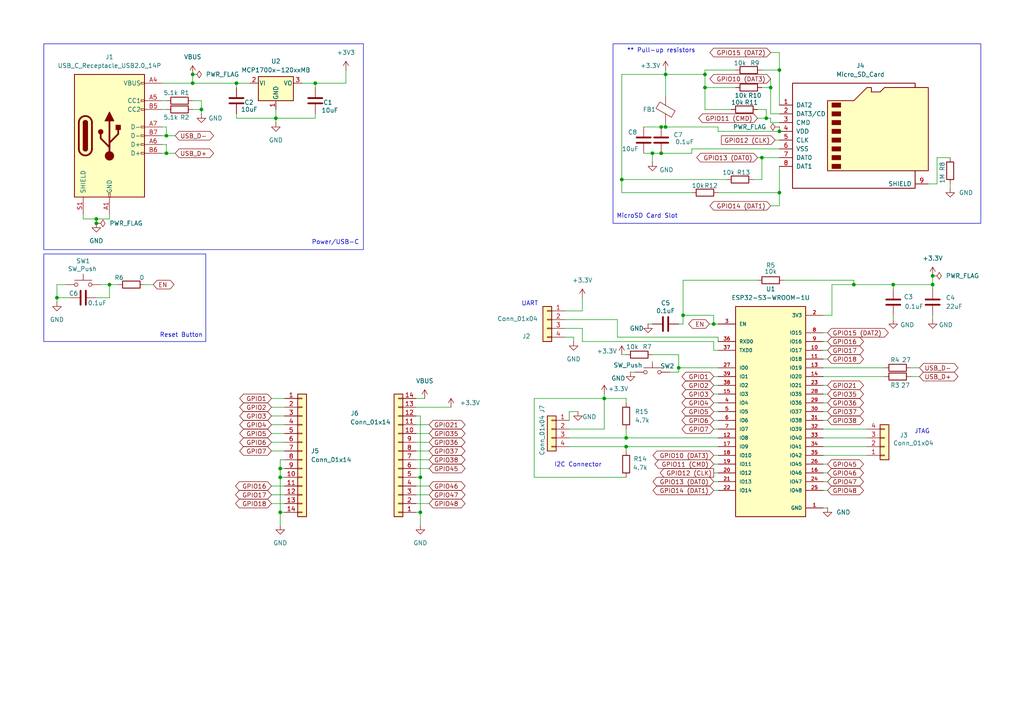
<source format=kicad_sch>
(kicad_sch (version 20250114) (generator "eeschema") (generator_version "9.0")
  (paper "A4")
  (lib_symbols
    (symbol "Connector:Micro_SD_Card" (pin_names (offset 1.016))
      (property "Reference" "J" (at -16.51 15.24 0))
      (property "Value" "Micro_SD_Card" (at 16.51 15.24 0))
      (symbol "Micro_SD_Card_1_1"
        (pin bidirectional line (at -22.86 7.62 0) (length 3.81) (name "DAT2") (number "1"))
        (pin bidirectional line (at -22.86 5.08 0) (length 3.81) (name "DAT3/CD") (number "2"))
        (pin input line (at -22.86 2.54 0) (length 3.81) (name "CMD") (number "3"))
        (pin power_in line (at -22.86 0 0) (length 3.81) (name "VDD") (number "4"))
        (pin input line (at -22.86 -2.54 0) (length 3.81) (name "CLK") (number "5"))
        (pin power_in line (at -22.86 -5.08 0) (length 3.81) (name "VSS") (number "6"))
        (pin bidirectional line (at -22.86 -7.62 0) (length 3.81) (name "DAT0") (number "7"))
        (pin bidirectional line (at -22.86 -10.16 0) (length 3.81) (name "DAT1") (number "8"))
        (pin passive line (at 20.32 -15.24 180) (length 3.81) (name "SHIELD") (number "9"))
      )
    )
    (symbol "Connector:USB_C_Receptacle_USB2.0_14P" (pin_names (offset 1.016))
      (property "Reference" "J" (at 0 22.225 0))
      (property "Value" "USB_C_Receptacle_USB2.0_14P" (at 0 19.685 0))
      (symbol "USB_C_Receptacle_USB2.0_14P_1_1"
        (pin passive line (at -7.62 -22.86 90) (length 5.08) (name "SHIELD") (number "S1"))
        (pin passive line (at 0 -22.86 90) (length 5.08) (name "GND") (number "A1"))
        (pin passive line (at 0 -22.86 90) (length 5.08) (hide yes) (name "GND") (number "A12"))
        (pin passive line (at 0 -22.86 90) (length 5.08) (hide yes) (name "GND") (number "B1"))
        (pin passive line (at 0 -22.86 90) (length 5.08) (hide yes) (name "GND") (number "B12"))
        (pin passive line (at 15.24 15.24 180) (length 5.08) (name "VBUS") (number "A4"))
        (pin passive line (at 15.24 15.24 180) (length 5.08) (hide yes) (name "VBUS") (number "A9"))
        (pin passive line (at 15.24 15.24 180) (length 5.08) (hide yes) (name "VBUS") (number "B4"))
        (pin passive line (at 15.24 15.24 180) (length 5.08) (hide yes) (name "VBUS") (number "B9"))
        (pin bidirectional line (at 15.24 10.16 180) (length 5.08) (name "CC1") (number "A5"))
        (pin bidirectional line (at 15.24 7.62 180) (length 5.08) (name "CC2") (number "B5"))
        (pin bidirectional line (at 15.24 2.54 180) (length 5.08) (name "D-") (number "A7"))
        (pin bidirectional line (at 15.24 0 180) (length 5.08) (name "D-") (number "B7"))
        (pin bidirectional line (at 15.24 -2.54 180) (length 5.08) (name "D+") (number "A6"))
        (pin bidirectional line (at 15.24 -5.08 180) (length 5.08) (name "D+") (number "B6"))
      )
    )
    (symbol "Connector_Generic:Conn_01x04" (pin_names (offset 1.016) (hide yes))
      (property "Reference" "J" (at 0 5.08 0))
      (property "Value" "Conn_01x04" (at 0 -7.62 0))
      (symbol "Conn_01x04_1_1"
        (pin passive line (at -5.08 2.54 0) (length 3.81) (name "Pin_1") (number "1"))
        (pin passive line (at -5.08 0 0) (length 3.81) (name "Pin_2") (number "2"))
        (pin passive line (at -5.08 -2.54 0) (length 3.81) (name "Pin_3") (number "3"))
        (pin passive line (at -5.08 -5.08 0) (length 3.81) (name "Pin_4") (number "4"))
      )
    )
    (symbol "Connector_Generic:Conn_01x14" (pin_names (offset 1.016) (hide yes))
      (property "Reference" "J" (at 0 17.78 0))
      (property "Value" "Conn_01x14" (at 0 -20.32 0))
      (symbol "Conn_01x14_1_1"
        (pin passive line (at -5.08 15.24 0) (length 3.81) (name "Pin_1") (number "1"))
        (pin passive line (at -5.08 12.7 0) (length 3.81) (name "Pin_2") (number "2"))
        (pin passive line (at -5.08 10.16 0) (length 3.81) (name "Pin_3") (number "3"))
        (pin passive line (at -5.08 7.62 0) (length 3.81) (name "Pin_4") (number "4"))
        (pin passive line (at -5.08 5.08 0) (length 3.81) (name "Pin_5") (number "5"))
        (pin passive line (at -5.08 2.54 0) (length 3.81) (name "Pin_6") (number "6"))
        (pin passive line (at -5.08 0 0) (length 3.81) (name "Pin_7") (number "7"))
        (pin passive line (at -5.08 -2.54 0) (length 3.81) (name "Pin_8") (number "8"))
        (pin passive line (at -5.08 -5.08 0) (length 3.81) (name "Pin_9") (number "9"))
        (pin passive line (at -5.08 -7.62 0) (length 3.81) (name "Pin_10") (number "10"))
        (pin passive line (at -5.08 -10.16 0) (length 3.81) (name "Pin_11") (number "11"))
        (pin passive line (at -5.08 -12.7 0) (length 3.81) (name "Pin_12") (number "12"))
        (pin passive line (at -5.08 -15.24 0) (length 3.81) (name "Pin_13") (number "13"))
        (pin passive line (at -5.08 -17.78 0) (length 3.81) (name "Pin_14") (number "14"))
      )
    )
    (symbol "Device:C" (pin_numbers (hide yes)) (pin_names (offset 0.254))
      (property "Reference" "C" (at 0.635 2.54 0))
      (property "Value" "C" (at 0.635 -2.54 0))
      (symbol "C_1_1"
        (pin passive line (at 0 3.81 270) (length 2.794) (name "~") (number "1"))
        (pin passive line (at 0 -3.81 90) (length 2.794) (name "~") (number "2"))
      )
    )
    (symbol "Device:FerriteBead" (pin_numbers (hide yes)) (pin_names (offset 0))
      (property "Reference" "FB" (at -3.81 0.635 90))
      (property "Value" "FerriteBead" (at 3.81 0 90))
      (symbol "FerriteBead_1_1"
        (pin passive line (at 0 3.81 270) (length 2.54) (name "~") (number "1"))
        (pin passive line (at 0 -3.81 90) (length 2.54) (name "~") (number "2"))
      )
    )
    (symbol "Device:R" (pin_numbers (hide yes)) (pin_names (offset 0))
      (property "Reference" "R" (at 2.032 0 90))
      (property "Value" "R" (at 0 0 90))
      (symbol "R_1_1"
        (pin passive line (at 0 3.81 270) (length 1.27) (name "~") (number "1"))
        (pin passive line (at 0 -3.81 90) (length 1.27) (name "~") (number "2"))
      )
    )
    (symbol "ESP32-S3-WROOM-1U:ESP32-S3-WROOM-1U" (pin_names (offset 1.016))
      (property "Reference" "U" (at -10.16 31.369 0))
      (property "Value" "ESP32-S3-WROOM-1U" (at -10.16 -33.02 0))
      (symbol "ESP32-S3-WROOM-1U_0_0"
        (pin input line (at -15.24 25.4 0) (length 5.08) (name "EN") (number "3"))
        (pin bidirectional line (at -15.24 20.32 0) (length 5.08) (name "RXD0") (number "36"))
        (pin bidirectional line (at -15.24 17.78 0) (length 5.08) (name "TXD0") (number "37"))
        (pin bidirectional line (at -15.24 12.7 0) (length 5.08) (name "IO0") (number "27"))
        (pin bidirectional line (at -15.24 10.16 0) (length 5.08) (name "IO1") (number "39"))
        (pin bidirectional line (at -15.24 7.62 0) (length 5.08) (name "IO2") (number "38"))
        (pin bidirectional line (at -15.24 5.08 0) (length 5.08) (name "IO3") (number "15"))
        (pin bidirectional line (at -15.24 2.54 0) (length 5.08) (name "IO4") (number "4"))
        (pin bidirectional line (at -15.24 0 0) (length 5.08) (name "IO5") (number "5"))
        (pin bidirectional line (at -15.24 -2.54 0) (length 5.08) (name "IO6") (number "6"))
        (pin bidirectional line (at -15.24 -5.08 0) (length 5.08) (name "IO7") (number "7"))
        (pin bidirectional line (at -15.24 -7.62 0) (length 5.08) (name "IO8") (number "12"))
        (pin bidirectional line (at -15.24 -10.16 0) (length 5.08) (name "IO9") (number "17"))
        (pin bidirectional line (at -15.24 -12.7 0) (length 5.08) (name "IO10") (number "18"))
        (pin bidirectional line (at -15.24 -15.24 0) (length 5.08) (name "IO11") (number "19"))
        (pin bidirectional line (at -15.24 -17.78 0) (length 5.08) (name "IO12") (number "20"))
        (pin bidirectional line (at -15.24 -20.32 0) (length 5.08) (name "IO13") (number "21"))
        (pin bidirectional line (at -15.24 -22.86 0) (length 5.08) (name "IO14") (number "22"))
        (pin power_in line (at 15.24 27.94 180) (length 5.08) (name "3V3") (number "2"))
        (pin bidirectional line (at 15.24 22.86 180) (length 5.08) (name "IO15") (number "8"))
        (pin bidirectional line (at 15.24 20.32 180) (length 5.08) (name "IO16") (number "9"))
        (pin bidirectional line (at 15.24 17.78 180) (length 5.08) (name "IO17") (number "10"))
        (pin bidirectional line (at 15.24 15.24 180) (length 5.08) (name "IO18") (number "11"))
        (pin bidirectional line (at 15.24 12.7 180) (length 5.08) (name "IO19") (number "13"))
        (pin bidirectional line (at 15.24 10.16 180) (length 5.08) (name "IO20") (number "14"))
        (pin bidirectional line (at 15.24 7.62 180) (length 5.08) (name "IO21") (number "23"))
        (pin bidirectional line (at 15.24 5.08 180) (length 5.08) (name "IO35") (number "28"))
        (pin bidirectional line (at 15.24 2.54 180) (length 5.08) (name "IO36") (number "29"))
        (pin bidirectional line (at 15.24 0 180) (length 5.08) (name "IO37") (number "30"))
        (pin bidirectional line (at 15.24 -2.54 180) (length 5.08) (name "IO38") (number "31"))
        (pin bidirectional line (at 15.24 -5.08 180) (length 5.08) (name "IO39") (number "32"))
        (pin bidirectional line (at 15.24 -7.62 180) (length 5.08) (name "IO40") (number "33"))
        (pin bidirectional line (at 15.24 -10.16 180) (length 5.08) (name "IO41") (number "34"))
        (pin bidirectional line (at 15.24 -12.7 180) (length 5.08) (name "IO42") (number "35"))
        (pin bidirectional line (at 15.24 -15.24 180) (length 5.08) (name "IO45") (number "26"))
        (pin bidirectional line (at 15.24 -17.78 180) (length 5.08) (name "IO46") (number "16"))
        (pin bidirectional line (at 15.24 -20.32 180) (length 5.08) (name "IO47") (number "24"))
        (pin bidirectional line (at 15.24 -22.86 180) (length 5.08) (name "IO48") (number "25"))
        (pin power_in line (at 15.24 -27.94 180) (length 5.08) (name "GND") (number "1"))
        (pin power_in line (at 15.24 -27.94 180) (length 5.08) (hide yes) (name "GND") (number "40"))
        (pin power_in line (at 15.24 -27.94 180) (length 5.08) (hide yes) (name "GND") (number "41_1"))
        (pin power_in line (at 15.24 -27.94 180) (length 5.08) (hide yes) (name "GND") (number "41_2"))
        (pin power_in line (at 15.24 -27.94 180) (length 5.08) (hide yes) (name "GND") (number "41_3"))
        (pin power_in line (at 15.24 -27.94 180) (length 5.08) (hide yes) (name "GND") (number "41_4"))
        (pin power_in line (at 15.24 -27.94 180) (length 5.08) (hide yes) (name "GND") (number "41_5"))
        (pin power_in line (at 15.24 -27.94 180) (length 5.08) (hide yes) (name "GND") (number "41_6"))
        (pin power_in line (at 15.24 -27.94 180) (length 5.08) (hide yes) (name "GND") (number "41_7"))
        (pin power_in line (at 15.24 -27.94 180) (length 5.08) (hide yes) (name "GND") (number "41_8"))
        (pin power_in line (at 15.24 -27.94 180) (length 5.08) (hide yes) (name "GND") (number "41_9"))
      )
    )
    (symbol "Regulator_Linear:MCP1700x-120xxMB" (pin_names (offset 0.254))
      (property "Reference" "U" (at -3.81 3.175 0))
      (property "Value" "MCP1700x-120xxMB" (at 0 3.175 0))
      (symbol "MCP1700x-120xxMB_1_1"
        (pin power_in line (at -7.62 0 0) (length 2.54) (name "VI") (number "2"))
        (pin power_in line (at 0 -7.62 90) (length 2.54) (name "GND") (number "1"))
        (pin power_out line (at 7.62 0 180) (length 2.54) (name "VO") (number "3"))
      )
    )
    (symbol "Switch:SW_Push" (pin_numbers (hide yes)) (pin_names (offset 1.016) (hide yes))
      (property "Reference" "SW" (at 1.27 2.54 0))
      (property "Value" "SW_Push" (at 0 -1.524 0))
      (symbol "SW_Push_0_1"
        (pin passive line (at -5.08 0 0) (length 2.54) (name "1") (number "1"))
        (pin passive line (at 5.08 0 180) (length 2.54) (name "2") (number "2"))
      )
    )
    (symbol "power:+3.3V" (power) (pin_numbers (hide yes)) (pin_names (offset 0) (hide yes))
      (property "Value" "+3.3V" (at 0 3.556 0))
      (symbol "+3.3V_1_1"
        (pin power_in line (at 0 0 90) (length 0) (name "~") (number "1"))
      )
    )
    (symbol "power:+3V3" (power) (pin_numbers (hide yes)) (pin_names (offset 0) (hide yes))
      (property "Value" "+3V3" (at 0 3.556 0))
      (symbol "+3V3_1_1"
        (pin power_in line (at 0 0 90) (length 0) (name "~") (number "1"))
      )
    )
    (symbol "power:GND" (power) (pin_numbers (hide yes)) (pin_names (offset 0) (hide yes))
      (property "Value" "GND" (at 0 -3.81 0))
      (symbol "GND_1_1"
        (pin power_in line (at 0 0 270) (length 0) (name "~") (number "1"))
      )
    )
    (symbol "power:PWR_FLAG" (power) (pin_numbers (hide yes)) (pin_names (offset 0) (hide yes))
      (property "Value" "PWR_FLAG" (at 0 3.81 0))
      (symbol "PWR_FLAG_0_0"
        (pin power_out line (at 0 0 90) (length 0) (name "~") (number "1"))
      )
    )
    (symbol "power:VBUS" (power) (pin_numbers (hide yes)) (pin_names (offset 0) (hide yes))
      (property "Value" "VBUS" (at 0 3.556 0))
      (symbol "VBUS_1_1"
        (pin power_in line (at 0 0 90) (length 0) (name "~") (number "1"))
      )
    )
  )
  (rectangle (start 12.7 12.7) (end 105.41 72.39))
  (rectangle (start 177.8 12.7) (end 284.48 64.77))
  (rectangle (start 12.7 73.66) (end 59.69 99.06))
  (text "I2C Connector" (at 167.64 134.874 0) (effects (font (size 1.27 1.27))))
  (text "** Pull-up resistors" (at 191.77 14.732 0) (effects (font (size 1.27 1.27))))
  (text "Reset Button" (at 52.578 97.282 0) (effects (font (size 1.27 1.27))))
  (text "Power/USB-C" (at 97.282 70.358 0) (effects (font (size 1.27 1.27))))
  (text "JTAG" (at 267.462 125.222 0) (effects (font (size 1.27 1.27))))
  (text "UART\n" (at 153.67 88.138 0) (effects (font (size 1.27 1.27))))
  (text "MicroSD Card Slot" (at 187.706 62.738 0) (effects (font (size 1.27 1.27))))
  (junction (at 81.28 148.59))
  (junction (at 193.04 36.83))
  (junction (at 220.98 45.72))
  (junction (at 226.06 55.88))
  (junction (at 204.47 25.4))
  (junction (at 226.06 38.1))
  (junction (at 31.75 82.55))
  (junction (at 247.65 82.55))
  (junction (at 48.26 44.45))
  (junction (at 55.88 21.59))
  (junction (at 175.26 115.57))
  (junction (at 180.34 52.07))
  (junction (at 81.28 135.89))
  (junction (at 259.08 82.55))
  (junction (at 226.06 20.32))
  (junction (at 181.61 129.54))
  (junction (at 222.25 34.29))
  (junction (at 189.23 44.45))
  (junction (at 55.88 24.13))
  (junction (at 27.94 63.5))
  (junction (at 16.51 86.36))
  (junction (at 191.77 36.83))
  (junction (at 68.58 24.13))
  (junction (at 27.94 64.77))
  (junction (at 270.51 82.55))
  (junction (at 58.42 31.75))
  (junction (at 204.47 21.59))
  (junction (at 80.01 34.29))
  (junction (at 193.04 21.59))
  (junction (at 223.52 25.4))
  (junction (at 91.44 24.13))
  (junction (at 121.92 138.43))
  (junction (at 191.77 44.45))
  (junction (at 196.85 106.68))
  (junction (at 48.26 39.37))
  (junction (at 81.28 138.43))
  (junction (at 207.01 93.98))
  (junction (at 270.51 80.01))
  (junction (at 181.61 127))
  (junction (at 121.92 148.59))
  (junction (at 198.12 91.44))
  (wire (pts (xy 120.65 138.43) (xy 121.92 138.43)))
  (wire (pts (xy 207.01 124.46) (xy 208.28 124.46)))
  (wire (pts (xy 180.34 52.07) (xy 210.82 52.07)))
  (wire (pts (xy 193.04 36.83) (xy 193.04 35.56)))
  (wire (pts (xy 238.76 134.62) (xy 240.03 134.62)))
  (wire (pts (xy 166.37 97.79) (xy 166.37 99.06)))
  (wire (pts (xy 81.28 138.43) (xy 82.55 138.43)))
  (wire (pts (xy 46.99 29.21) (xy 48.26 29.21)))
  (wire (pts (xy 194.31 107.95) (xy 196.85 107.95)))
  (wire (pts (xy 91.44 34.29) (xy 91.44 33.02)))
  (wire (pts (xy 181.61 127) (xy 208.28 127)))
  (wire (pts (xy 207.01 119.38) (xy 208.28 119.38)))
  (wire (pts (xy 181.61 115.57) (xy 175.26 115.57)))
  (wire (pts (xy 180.34 102.87) (xy 181.61 102.87)))
  (wire (pts (xy 55.88 29.21) (xy 58.42 29.21)))
  (wire (pts (xy 78.74 125.73) (xy 82.55 125.73)))
  (wire (pts (xy 241.3 82.55) (xy 247.65 82.55)))
  (wire (pts (xy 275.59 45.72) (xy 271.78 45.72)))
  (wire (pts (xy 193.04 21.59) (xy 193.04 27.94)))
  (wire (pts (xy 91.44 24.13) (xy 91.44 25.4)))
  (wire (pts (xy 207.01 114.3) (xy 208.28 114.3)))
  (wire (pts (xy 181.61 116.84) (xy 181.61 115.57)))
  (wire (pts (xy 204.47 21.59) (xy 204.47 20.32)))
  (wire (pts (xy 191.77 44.45) (xy 200.66 44.45)))
  (wire (pts (xy 181.61 129.54) (xy 208.28 129.54)))
  (wire (pts (xy 226.06 59.69) (xy 226.06 55.88)))
  (wire (pts (xy 186.69 36.83) (xy 191.77 36.83)))
  (wire (pts (xy 207.01 134.62) (xy 208.28 134.62)))
  (wire (pts (xy 266.7 109.22) (xy 264.16 109.22)))
  (wire (pts (xy 275.59 54.61) (xy 275.59 53.34)))
  (wire (pts (xy 41.91 82.55) (xy 44.45 82.55)))
  (wire (pts (xy 165.1 121.92) (xy 165.1 119.38)))
  (wire (pts (xy 256.54 106.68) (xy 238.76 106.68)))
  (wire (pts (xy 259.08 82.55) (xy 259.08 83.82)))
  (wire (pts (xy 27.94 63.5) (xy 31.75 63.5)))
  (wire (pts (xy 198.12 93.98) (xy 198.12 91.44)))
  (wire (pts (xy 207.01 139.7) (xy 208.28 139.7)))
  (wire (pts (xy 100.33 20.32) (xy 100.33 24.13)))
  (wire (pts (xy 179.07 92.71) (xy 179.07 97.79)))
  (wire (pts (xy 91.44 24.13) (xy 100.33 24.13)))
  (wire (pts (xy 220.98 20.32) (xy 226.06 20.32)))
  (wire (pts (xy 48.26 39.37) (xy 48.26 36.83)))
  (wire (pts (xy 120.65 133.35) (xy 124.46 133.35)))
  (wire (pts (xy 48.26 44.45) (xy 46.99 44.45)))
  (wire (pts (xy 200.66 55.88) (xy 180.34 55.88)))
  (wire (pts (xy 271.78 45.72) (xy 271.78 53.34)))
  (wire (pts (xy 208.28 36.83) (xy 208.28 38.1)))
  (wire (pts (xy 193.04 21.59) (xy 193.04 20.32)))
  (wire (pts (xy 220.98 45.72) (xy 220.98 52.07)))
  (wire (pts (xy 189.23 44.45) (xy 191.77 44.45)))
  (wire (pts (xy 238.76 96.52) (xy 240.03 96.52)))
  (wire (pts (xy 120.65 125.73) (xy 124.46 125.73)))
  (wire (pts (xy 68.58 24.13) (xy 68.58 25.4)))
  (wire (pts (xy 120.65 120.65) (xy 121.92 120.65)))
  (wire (pts (xy 204.47 25.4) (xy 204.47 31.75)))
  (wire (pts (xy 165.1 129.54) (xy 181.61 129.54)))
  (wire (pts (xy 196.85 93.98) (xy 198.12 93.98)))
  (wire (pts (xy 24.13 63.5) (xy 27.94 63.5)))
  (wire (pts (xy 208.28 97.79) (xy 208.28 99.06)))
  (wire (pts (xy 180.34 55.88) (xy 180.34 52.07)))
  (wire (pts (xy 154.94 138.43) (xy 154.94 115.57)))
  (wire (pts (xy 204.47 20.32) (xy 213.36 20.32)))
  (wire (pts (xy 121.92 148.59) (xy 121.92 152.4)))
  (wire (pts (xy 58.42 31.75) (xy 55.88 31.75)))
  (wire (pts (xy 175.26 114.3) (xy 175.26 115.57)))
  (wire (pts (xy 207.01 142.24) (xy 208.28 142.24)))
  (wire (pts (xy 204.47 25.4) (xy 213.36 25.4)))
  (wire (pts (xy 82.55 135.89) (xy 81.28 135.89)))
  (wire (pts (xy 181.61 129.54) (xy 181.61 130.81)))
  (wire (pts (xy 223.52 35.56) (xy 226.06 35.56)))
  (wire (pts (xy 200.66 43.18) (xy 226.06 43.18)))
  (wire (pts (xy 80.01 34.29) (xy 80.01 35.56)))
  (wire (pts (xy 238.76 137.16) (xy 240.03 137.16)))
  (wire (pts (xy 120.65 115.57) (xy 123.19 115.57)))
  (wire (pts (xy 193.04 36.83) (xy 208.28 36.83)))
  (wire (pts (xy 238.76 99.06) (xy 240.03 99.06)))
  (wire (pts (xy 270.51 91.44) (xy 270.51 92.71)))
  (wire (pts (xy 81.28 135.89) (xy 81.28 138.43)))
  (wire (pts (xy 193.04 21.59) (xy 204.47 21.59)))
  (wire (pts (xy 179.07 97.79) (xy 208.28 97.79)))
  (wire (pts (xy 120.65 118.11) (xy 130.81 118.11)))
  (wire (pts (xy 226.06 55.88) (xy 226.06 48.26)))
  (wire (pts (xy 175.26 115.57) (xy 175.26 124.46)))
  (wire (pts (xy 226.06 20.32) (xy 226.06 30.48)))
  (wire (pts (xy 247.65 81.28) (xy 247.65 82.55)))
  (wire (pts (xy 238.76 111.76) (xy 240.03 111.76)))
  (wire (pts (xy 238.76 114.3) (xy 240.03 114.3)))
  (wire (pts (xy 208.28 38.1) (xy 226.06 38.1)))
  (wire (pts (xy 271.78 53.34) (xy 269.24 53.34)))
  (wire (pts (xy 227.33 81.28) (xy 247.65 81.28)))
  (wire (pts (xy 181.61 124.46) (xy 181.61 127)))
  (wire (pts (xy 219.71 31.75) (xy 222.25 31.75)))
  (wire (pts (xy 270.51 82.55) (xy 270.51 83.82)))
  (wire (pts (xy 46.99 39.37) (xy 48.26 39.37)))
  (wire (pts (xy 78.74 130.81) (xy 82.55 130.81)))
  (wire (pts (xy 238.76 116.84) (xy 240.03 116.84)))
  (wire (pts (xy 31.75 82.55) (xy 34.29 82.55)))
  (wire (pts (xy 259.08 91.44) (xy 259.08 92.71)))
  (wire (pts (xy 80.01 31.75) (xy 80.01 34.29)))
  (wire (pts (xy 55.88 24.13) (xy 68.58 24.13)))
  (wire (pts (xy 180.34 52.07) (xy 180.34 21.59)))
  (wire (pts (xy 238.76 132.08) (xy 251.46 132.08)))
  (wire (pts (xy 48.26 41.91) (xy 48.26 44.45)))
  (wire (pts (xy 200.66 44.45) (xy 200.66 43.18)))
  (wire (pts (xy 120.65 140.97) (xy 124.46 140.97)))
  (wire (pts (xy 223.52 25.4) (xy 220.98 25.4)))
  (wire (pts (xy 46.99 31.75) (xy 48.26 31.75)))
  (wire (pts (xy 219.71 34.29) (xy 222.25 34.29)))
  (wire (pts (xy 87.63 24.13) (xy 91.44 24.13)))
  (wire (pts (xy 165.1 119.38) (xy 167.64 119.38)))
  (wire (pts (xy 223.52 34.29) (xy 223.52 35.56)))
  (wire (pts (xy 207.01 101.6) (xy 207.01 99.06)))
  (wire (pts (xy 180.34 21.59) (xy 193.04 21.59)))
  (wire (pts (xy 58.42 29.21) (xy 58.42 31.75)))
  (wire (pts (xy 196.85 107.95) (xy 196.85 106.68)))
  (wire (pts (xy 223.52 22.86) (xy 223.52 25.4)))
  (wire (pts (xy 46.99 41.91) (xy 48.26 41.91)))
  (wire (pts (xy 207.01 91.44) (xy 207.01 93.98)))
  (wire (pts (xy 121.92 120.65) (xy 121.92 138.43)))
  (wire (pts (xy 238.76 124.46) (xy 251.46 124.46)))
  (wire (pts (xy 78.74 128.27) (xy 82.55 128.27)))
  (wire (pts (xy 204.47 25.4) (xy 204.47 21.59)))
  (wire (pts (xy 198.12 91.44) (xy 198.12 81.28)))
  (wire (pts (xy 207.01 99.06) (xy 168.91 99.06)))
  (wire (pts (xy 120.65 135.89) (xy 124.46 135.89)))
  (wire (pts (xy 238.76 147.32) (xy 240.03 147.32)))
  (wire (pts (xy 196.85 106.68) (xy 208.28 106.68)))
  (wire (pts (xy 78.74 143.51) (xy 82.55 143.51)))
  (wire (pts (xy 270.51 80.01) (xy 270.51 82.55)))
  (wire (pts (xy 16.51 82.55) (xy 19.05 82.55)))
  (wire (pts (xy 120.65 128.27) (xy 124.46 128.27)))
  (wire (pts (xy 208.28 101.6) (xy 207.01 101.6)))
  (wire (pts (xy 163.83 97.79) (xy 166.37 97.79)))
  (wire (pts (xy 78.74 115.57) (xy 82.55 115.57)))
  (wire (pts (xy 219.71 45.72) (xy 220.98 45.72)))
  (wire (pts (xy 163.83 92.71) (xy 179.07 92.71)))
  (wire (pts (xy 238.76 104.14) (xy 240.03 104.14)))
  (wire (pts (xy 27.94 63.5) (xy 27.94 64.77)))
  (wire (pts (xy 165.1 124.46) (xy 175.26 124.46)))
  (wire (pts (xy 168.91 95.25) (xy 163.83 95.25)))
  (wire (pts (xy 207.01 109.22) (xy 208.28 109.22)))
  (wire (pts (xy 238.76 109.22) (xy 256.54 109.22)))
  (wire (pts (xy 24.13 62.23) (xy 24.13 63.5)))
  (wire (pts (xy 238.76 119.38) (xy 240.03 119.38)))
  (wire (pts (xy 78.74 120.65) (xy 82.55 120.65)))
  (wire (pts (xy 120.65 146.05) (xy 124.46 146.05)))
  (wire (pts (xy 187.96 93.98) (xy 189.23 93.98)))
  (wire (pts (xy 80.01 34.29) (xy 91.44 34.29)))
  (wire (pts (xy 247.65 82.55) (xy 259.08 82.55)))
  (wire (pts (xy 16.51 82.55) (xy 16.51 86.36)))
  (wire (pts (xy 68.58 33.02) (xy 68.58 34.29)))
  (wire (pts (xy 204.47 31.75) (xy 212.09 31.75)))
  (wire (pts (xy 207.01 116.84) (xy 208.28 116.84)))
  (wire (pts (xy 78.74 118.11) (xy 82.55 118.11)))
  (wire (pts (xy 78.74 123.19) (xy 82.55 123.19)))
  (wire (pts (xy 48.26 39.37) (xy 50.8 39.37)))
  (wire (pts (xy 168.91 99.06) (xy 168.91 95.25)))
  (wire (pts (xy 238.76 101.6) (xy 240.03 101.6)))
  (wire (pts (xy 223.52 15.24) (xy 226.06 15.24)))
  (wire (pts (xy 223.52 25.4) (xy 223.52 33.02)))
  (wire (pts (xy 55.88 21.59) (xy 55.88 24.13)))
  (wire (pts (xy 81.28 138.43) (xy 81.28 148.59)))
  (wire (pts (xy 238.76 142.24) (xy 240.03 142.24)))
  (wire (pts (xy 224.79 40.64) (xy 226.06 40.64)))
  (wire (pts (xy 165.1 127) (xy 181.61 127)))
  (wire (pts (xy 259.08 82.55) (xy 270.51 82.55)))
  (wire (pts (xy 238.76 129.54) (xy 251.46 129.54)))
  (wire (pts (xy 46.99 24.13) (xy 55.88 24.13)))
  (wire (pts (xy 82.55 133.35) (xy 81.28 133.35)))
  (wire (pts (xy 207.01 137.16) (xy 208.28 137.16)))
  (wire (pts (xy 16.51 86.36) (xy 16.51 87.63)))
  (wire (pts (xy 207.01 91.44) (xy 198.12 91.44)))
  (wire (pts (xy 222.25 34.29) (xy 222.25 31.75)))
  (wire (pts (xy 191.77 36.83) (xy 193.04 36.83)))
  (wire (pts (xy 31.75 63.5) (xy 31.75 62.23)))
  (wire (pts (xy 223.52 59.69) (xy 226.06 59.69)))
  (wire (pts (xy 189.23 102.87) (xy 196.85 102.87)))
  (wire (pts (xy 31.75 82.55) (xy 31.75 86.36)))
  (wire (pts (xy 238.76 139.7) (xy 240.03 139.7)))
  (wire (pts (xy 168.91 86.36) (xy 168.91 90.17)))
  (wire (pts (xy 58.42 31.75) (xy 58.42 33.02)))
  (wire (pts (xy 78.74 146.05) (xy 82.55 146.05)))
  (wire (pts (xy 78.74 140.97) (xy 82.55 140.97)))
  (wire (pts (xy 207.01 93.98) (xy 208.28 93.98)))
  (wire (pts (xy 207.01 132.08) (xy 208.28 132.08)))
  (wire (pts (xy 198.12 81.28) (xy 219.71 81.28)))
  (wire (pts (xy 120.65 130.81) (xy 124.46 130.81)))
  (wire (pts (xy 222.25 34.29) (xy 223.52 34.29)))
  (wire (pts (xy 120.65 143.51) (xy 124.46 143.51)))
  (wire (pts (xy 238.76 121.92) (xy 240.03 121.92)))
  (wire (pts (xy 186.69 44.45) (xy 189.23 44.45)))
  (wire (pts (xy 81.28 133.35) (xy 81.28 135.89)))
  (wire (pts (xy 238.76 91.44) (xy 241.3 91.44)))
  (wire (pts (xy 238.76 127) (xy 251.46 127)))
  (wire (pts (xy 241.3 91.44) (xy 241.3 82.55)))
  (wire (pts (xy 81.28 148.59) (xy 82.55 148.59)))
  (wire (pts (xy 68.58 34.29) (xy 80.01 34.29)))
  (wire (pts (xy 226.06 15.24) (xy 226.06 20.32)))
  (wire (pts (xy 163.83 90.17) (xy 168.91 90.17)))
  (wire (pts (xy 196.85 106.68) (xy 196.85 102.87)))
  (wire (pts (xy 205.74 93.98) (xy 207.01 93.98)))
  (wire (pts (xy 154.94 115.57) (xy 175.26 115.57)))
  (wire (pts (xy 189.23 44.45) (xy 189.23 46.99)))
  (wire (pts (xy 81.28 148.59) (xy 81.28 152.4)))
  (wire (pts (xy 226.06 36.83) (xy 226.06 38.1)))
  (wire (pts (xy 207.01 111.76) (xy 208.28 111.76)))
  (wire (pts (xy 48.26 36.83) (xy 46.99 36.83)))
  (wire (pts (xy 218.44 52.07) (xy 220.98 52.07)))
  (wire (pts (xy 182.88 107.95) (xy 184.15 107.95)))
  (wire (pts (xy 181.61 138.43) (xy 154.94 138.43)))
  (wire (pts (xy 266.7 106.68) (xy 264.16 106.68)))
  (wire (pts (xy 121.92 138.43) (xy 121.92 148.59)))
  (wire (pts (xy 220.98 45.72) (xy 226.06 45.72)))
  (wire (pts (xy 207.01 121.92) (xy 208.28 121.92)))
  (wire (pts (xy 223.52 33.02) (xy 226.06 33.02)))
  (wire (pts (xy 16.51 86.36) (xy 20.32 86.36)))
  (wire (pts (xy 27.94 86.36) (xy 31.75 86.36)))
  (wire (pts (xy 120.65 123.19) (xy 124.46 123.19)))
  (wire (pts (xy 208.28 55.88) (xy 226.06 55.88)))
  (wire (pts (xy 68.58 24.13) (xy 72.39 24.13)))
  (wire (pts (xy 48.26 44.45) (xy 50.8 44.45)))
  (wire (pts (xy 120.65 148.59) (xy 121.92 148.59)))
  (wire (pts (xy 29.21 82.55) (xy 31.75 82.55)))
  (global_label "GPIO14 (DAT1)" (shape bidirectional) (at 223.52 59.69 180) (property "Intersheetrefs" "${INTERSHEET_REFS}" (effects (hide yes))))
  (global_label "GPIO35" (shape bidirectional) (at 124.46 125.73 0) (property "Intersheetrefs" "${INTERSHEET_REFS}" (effects (hide yes))))
  (global_label "GPIO46" (shape bidirectional) (at 240.03 137.16 0) (property "Intersheetrefs" "${INTERSHEET_REFS}" (effects (hide yes))))
  (global_label "GPIO15 (DAT2)" (shape bidirectional) (at 240.03 96.52 0) (property "Intersheetrefs" "${INTERSHEET_REFS}" (effects (hide yes))))
  (global_label "GPIO17" (shape bidirectional) (at 240.03 101.6 0) (property "Intersheetrefs" "${INTERSHEET_REFS}" (effects (hide yes))))
  (global_label "GPIO36" (shape bidirectional) (at 240.03 116.84 0) (property "Intersheetrefs" "${INTERSHEET_REFS}" (effects (hide yes))))
  (global_label "GPIO15 (DAT2)" (shape bidirectional) (at 223.52 15.24 180) (property "Intersheetrefs" "${INTERSHEET_REFS}" (effects (hide yes))))
  (global_label "GPIO18" (shape bidirectional) (at 240.03 104.14 0) (property "Intersheetrefs" "${INTERSHEET_REFS}" (effects (hide yes))))
  (global_label "GPIO5" (shape bidirectional) (at 78.74 125.73 180) (property "Intersheetrefs" "${INTERSHEET_REFS}" (effects (hide yes))))
  (global_label "GPIO1" (shape bidirectional) (at 207.01 109.22 180) (property "Intersheetrefs" "${INTERSHEET_REFS}" (effects (hide yes))))
  (global_label "GPIO38" (shape bidirectional) (at 240.03 121.92 0) (property "Intersheetrefs" "${INTERSHEET_REFS}" (effects (hide yes))))
  (global_label "GPIO17" (shape bidirectional) (at 78.74 143.51 180) (property "Intersheetrefs" "${INTERSHEET_REFS}" (effects (hide yes))))
  (global_label "GPIO7" (shape bidirectional) (at 78.74 130.81 180) (property "Intersheetrefs" "${INTERSHEET_REFS}" (effects (hide yes))))
  (global_label "GPIO38" (shape bidirectional) (at 124.46 133.35 0) (property "Intersheetrefs" "${INTERSHEET_REFS}" (effects (hide yes))))
  (global_label "GPIO47" (shape bidirectional) (at 124.46 143.51 0) (property "Intersheetrefs" "${INTERSHEET_REFS}" (effects (hide yes))))
  (global_label "GPIO12 (CLK)" (shape input) (at 224.79 40.64 180) (property "Intersheetrefs" "${INTERSHEET_REFS}" (effects (hide yes))))
  (global_label "GPIO6" (shape bidirectional) (at 78.74 128.27 180) (property "Intersheetrefs" "${INTERSHEET_REFS}" (effects (hide yes))))
  (global_label "GPIO16" (shape bidirectional) (at 240.03 99.06 0) (property "Intersheetrefs" "${INTERSHEET_REFS}" (effects (hide yes))))
  (global_label "GPIO37" (shape bidirectional) (at 124.46 130.81 0) (property "Intersheetrefs" "${INTERSHEET_REFS}" (effects (hide yes))))
  (global_label "GPIO48" (shape bidirectional) (at 240.03 142.24 0) (property "Intersheetrefs" "${INTERSHEET_REFS}" (effects (hide yes))))
  (global_label "USB_D-" (shape bidirectional) (at 50.8 39.37 0) (property "Intersheetrefs" "${INTERSHEET_REFS}" (effects (hide yes))))
  (global_label "GPIO4" (shape bidirectional) (at 207.01 116.84 180) (property "Intersheetrefs" "${INTERSHEET_REFS}" (effects (hide yes))))
  (global_label "GPIO2" (shape bidirectional) (at 207.01 111.76 180) (property "Intersheetrefs" "${INTERSHEET_REFS}" (effects (hide yes))))
  (global_label "GPIO18" (shape bidirectional) (at 78.74 146.05 180) (property "Intersheetrefs" "${INTERSHEET_REFS}" (effects (hide yes))))
  (global_label "GPIO21" (shape bidirectional) (at 124.46 123.19 0) (property "Intersheetrefs" "${INTERSHEET_REFS}" (effects (hide yes))))
  (global_label "GPIO21" (shape bidirectional) (at 240.03 111.76 0) (property "Intersheetrefs" "${INTERSHEET_REFS}" (effects (hide yes))))
  (global_label "GPIO10 (DAT3)" (shape bidirectional) (at 223.52 22.86 180) (property "Intersheetrefs" "${INTERSHEET_REFS}" (effects (hide yes))))
  (global_label "GPIO48" (shape bidirectional) (at 124.46 146.05 0) (property "Intersheetrefs" "${INTERSHEET_REFS}" (effects (hide yes))))
  (global_label "USB_D+" (shape bidirectional) (at 266.7 109.22 0) (property "Intersheetrefs" "${INTERSHEET_REFS}" (effects (hide yes))))
  (global_label "USB_D+" (shape bidirectional) (at 50.8 44.45 0) (property "Intersheetrefs" "${INTERSHEET_REFS}" (effects (hide yes))))
  (global_label "GPIO3" (shape bidirectional) (at 207.01 114.3 180) (property "Intersheetrefs" "${INTERSHEET_REFS}" (effects (hide yes))))
  (global_label "GPIO11 (CMD)" (shape bidirectional) (at 207.01 134.62 180) (property "Intersheetrefs" "${INTERSHEET_REFS}" (effects (hide yes))))
  (global_label "GPIO10 (DAT3)" (shape bidirectional) (at 207.01 132.08 180) (property "Intersheetrefs" "${INTERSHEET_REFS}" (effects (hide yes))))
  (global_label "GPIO13 (DAT0)" (shape bidirectional) (at 207.01 139.7 180) (property "Intersheetrefs" "${INTERSHEET_REFS}" (effects (hide yes))))
  (global_label "EN" (shape bidirectional) (at 44.45 82.55 0) (property "Intersheetrefs" "${INTERSHEET_REFS}" (effects (hide yes))))
  (global_label "GPIO12 (CLK)" (shape output) (at 207.01 137.16 180) (property "Intersheetrefs" "${INTERSHEET_REFS}" (effects (hide yes))))
  (global_label "GPIO6" (shape bidirectional) (at 207.01 121.92 180) (property "Intersheetrefs" "${INTERSHEET_REFS}" (effects (hide yes))))
  (global_label "USB_D-" (shape bidirectional) (at 266.7 106.68 0) (property "Intersheetrefs" "${INTERSHEET_REFS}" (effects (hide yes))))
  (global_label "EN" (shape bidirectional) (at 205.74 93.98 180) (property "Intersheetrefs" "${INTERSHEET_REFS}" (effects (hide yes))))
  (global_label "GPIO2" (shape bidirectional) (at 78.74 118.11 180) (property "Intersheetrefs" "${INTERSHEET_REFS}" (effects (hide yes))))
  (global_label "GPIO47" (shape bidirectional) (at 240.03 139.7 0) (property "Intersheetrefs" "${INTERSHEET_REFS}" (effects (hide yes))))
  (global_label "GPIO1" (shape bidirectional) (at 78.74 115.57 180) (property "Intersheetrefs" "${INTERSHEET_REFS}" (effects (hide yes))))
  (global_label "GPIO16" (shape bidirectional) (at 78.74 140.97 180) (property "Intersheetrefs" "${INTERSHEET_REFS}" (effects (hide yes))))
  (global_label "GPIO11 (CMD)" (shape bidirectional) (at 219.71 34.29 180) (property "Intersheetrefs" "${INTERSHEET_REFS}" (effects (hide yes))))
  (global_label "GPIO45" (shape bidirectional) (at 240.03 134.62 0) (property "Intersheetrefs" "${INTERSHEET_REFS}" (effects (hide yes))))
  (global_label "GPIO13 (DAT0)" (shape bidirectional) (at 219.71 45.72 180) (property "Intersheetrefs" "${INTERSHEET_REFS}" (effects (hide yes))))
  (global_label "GPIO36" (shape bidirectional) (at 124.46 128.27 0) (property "Intersheetrefs" "${INTERSHEET_REFS}" (effects (hide yes))))
  (global_label "GPIO7" (shape bidirectional) (at 207.01 124.46 180) (property "Intersheetrefs" "${INTERSHEET_REFS}" (effects (hide yes))))
  (global_label "GPIO5" (shape bidirectional) (at 207.01 119.38 180) (property "Intersheetrefs" "${INTERSHEET_REFS}" (effects (hide yes))))
  (global_label "GPIO3" (shape bidirectional) (at 78.74 120.65 180) (property "Intersheetrefs" "${INTERSHEET_REFS}" (effects (hide yes))))
  (global_label "GPIO14 (DAT1)" (shape bidirectional) (at 207.01 142.24 180) (property "Intersheetrefs" "${INTERSHEET_REFS}" (effects (hide yes))))
  (global_label "GPIO4" (shape bidirectional) (at 78.74 123.19 180) (property "Intersheetrefs" "${INTERSHEET_REFS}" (effects (hide yes))))
  (global_label "GPIO45" (shape bidirectional) (at 124.46 135.89 0) (property "Intersheetrefs" "${INTERSHEET_REFS}" (effects (hide yes))))
  (global_label "GPIO35" (shape bidirectional) (at 240.03 114.3 0) (property "Intersheetrefs" "${INTERSHEET_REFS}" (effects (hide yes))))
  (global_label "GPIO46" (shape bidirectional) (at 124.46 140.97 0) (property "Intersheetrefs" "${INTERSHEET_REFS}" (effects (hide yes))))
  (global_label "GPIO37" (shape bidirectional) (at 240.03 119.38 0) (property "Intersheetrefs" "${INTERSHEET_REFS}" (effects (hide yes))))
  (symbol (lib_id "Device:R") (at 214.63 52.07 90) (unit 1)
    (property "Reference" "R13" (at 215.646 50.038 90))
    (property "Value" "10k" (at 211.328 50.038 90))
    (property "Footprint" "Resistor_SMD:R_0402_1005Metric" (effects (hide yes)))
    (property "Description" "Resistor" (effects (hide yes)))
  )
  (symbol (lib_id "Device:C") (at 193.04 93.98 90) (unit 1)
    (property "Reference" "C5" (at 193.04 87.884 90))
    (property "Value" "0.1uF" (at 193.04 90.17 90))
    (property "Footprint" "Capacitor_SMD:C_0402_1005Metric" (effects (hide yes)))
    (property "Description" "Unpolarized capacitor" (effects (hide yes)))
  )
  (symbol (lib_id "Device:R") (at 52.07 31.75 270) (unit 1)
    (property "Reference" "R2" (at 53.594 34.036 90))
    (property "Value" "5.1k" (at 49.53 34.036 90))
    (property "Footprint" "Resistor_SMD:R_0402_1005Metric" (effects (hide yes)))
    (property "Description" "Resistor" (effects (hide yes)))
  )
  (symbol (lib_id "power:GND") (at 187.96 93.98 0) (unit 1)
    (property "Reference" "#PWR09" (effects (hide yes)))
    (property "Value" "GND" (at 182.626 95.25 0) (effects (justify left)))
    (property "Description" "Power symbol creates a global label with name \"GND\" , ground" (effects (hide yes)))
  )
  (symbol (lib_id "power:+3.3V") (at 175.26 114.3 0) (unit 1)
    (property "Reference" "#PWR024" (effects (hide yes)))
    (property "Value" "+3.3V" (at 179.324 112.776 0))
    (property "Description" "Power symbol creates a global label with name \"+3.3V\"" (effects (hide yes)))
  )
  (symbol (lib_id "power:GND") (at 270.51 92.71 0) (unit 1)
    (property "Reference" "#PWR08" (effects (hide yes)))
    (property "Value" "GND" (at 274.32 94.234 0))
    (property "Description" "Power symbol creates a global label with name \"GND\" , ground" (effects (hide yes)))
  )
  (symbol (lib_id "Device:C") (at 270.51 87.63 0) (unit 1)
    (property "Reference" "C4" (at 274.32 86.3599 0) (effects (justify left)))
    (property "Value" "22uF" (at 274.32 88.8999 0) (effects (justify left)))
    (property "Footprint" "Capacitor_SMD:C_0603_1608Metric" (effects (hide yes)))
    (property "Description" "Unpolarized capacitor" (effects (hide yes)))
  )
  (symbol (lib_id "Device:R") (at 38.1 82.55 90) (unit 1)
    (property "Reference" "R6" (at 34.544 80.518 90))
    (property "Value" "0" (at 41.148 80.518 90))
    (property "Footprint" "Resistor_SMD:R_0402_1005Metric" (effects (hide yes)))
    (property "Description" "Resistor" (effects (hide yes)))
  )
  (symbol (lib_id "Device:R") (at 217.17 25.4 90) (unit 1)
    (property "Reference" "R10" (at 218.948 27.686 90))
    (property "Value" "10k" (at 214.884 27.686 90))
    (property "Footprint" "Resistor_SMD:R_0402_1005Metric" (effects (hide yes)))
    (property "Description" "Resistor" (effects (hide yes)))
  )
  (symbol (lib_id "power:PWR_FLAG") (at 270.51 80.01 270) (unit 1)
    (property "Reference" "#FLG03" (effects (hide yes)))
    (property "Value" "PWR_FLAG" (at 274.32 80.0099 90) (effects (justify left)))
    (property "Description" "Special symbol for telling ERC where power comes from" (effects (hide yes)))
  )
  (symbol (lib_id "Device:R") (at 260.35 109.22 270) (unit 1)
    (property "Reference" "R3" (at 259.588 111.76 90))
    (property "Value" "27" (at 262.636 111.76 90))
    (property "Footprint" "Resistor_SMD:R_0402_1005Metric" (effects (hide yes)))
    (property "Description" "Resistor" (effects (hide yes)))
  )
  (symbol (lib_id "Device:C") (at 68.58 29.21 0) (unit 1)
    (property "Reference" "C2" (at 70.866 29.718 0) (effects (justify left)))
    (property "Value" "10uF" (at 69.85 31.75 0) (effects (justify left)))
    (property "Footprint" "Capacitor_SMD:C_0603_1608Metric" (effects (hide yes)))
    (property "Description" "Unpolarized capacitor" (effects (hide yes)))
  )
  (symbol (lib_id "Device:R") (at 217.17 20.32 90) (unit 1)
    (property "Reference" "R9" (at 218.948 18.288 90))
    (property "Value" "10k" (at 214.63 18.288 90))
    (property "Footprint" "Resistor_SMD:R_0402_1005Metric" (effects (hide yes)))
    (property "Description" "Resistor" (effects (hide yes)))
  )
  (symbol (lib_id "power:+3.3V") (at 168.91 86.36 0) (unit 1)
    (property "Reference" "#PWR014" (effects (hide yes)))
    (property "Value" "+3.3V" (at 168.91 81.28 0))
    (property "Description" "Power symbol creates a global label with name \"+3.3V\"" (effects (hide yes)))
  )
  (symbol (lib_id "Device:R") (at 181.61 134.62 180) (unit 1)
    (property "Reference" "R14" (at 185.674 133.096 0))
    (property "Value" "4.7k" (at 185.674 135.636 0))
    (property "Footprint" "Resistor_SMD:R_0402_1005Metric" (effects (hide yes)))
    (property "Description" "Resistor" (effects (hide yes)))
  )
  (symbol (lib_id "Device:R") (at 223.52 81.28 90) (unit 1)
    (property "Reference" "R5" (at 223.52 76.962 90))
    (property "Value" "10k" (at 223.52 78.74 90))
    (property "Footprint" "Resistor_SMD:R_0402_1005Metric" (effects (hide yes)))
    (property "Description" "Resistor" (effects (hide yes)))
  )
  (symbol (lib_id "Device:C") (at 186.69 40.64 0) (unit 1)
    (property "Reference" "C8" (at 182.118 38.354 0) (effects (justify left)))
    (property "Value" "10uF" (at 180.34 43.18 0) (effects (justify left)))
    (property "Footprint" "Capacitor_SMD:C_0603_1608Metric" (effects (hide yes)))
    (property "Description" "Unpolarized capacitor" (effects (hide yes)))
  )
  (symbol (lib_id "power:+3V3") (at 100.33 20.32 0) (unit 1)
    (property "Reference" "#PWR04" (effects (hide yes)))
    (property "Value" "+3V3" (at 100.33 15.24 0))
    (property "Description" "Power symbol creates a global label with name \"+3V3\"" (effects (hide yes)))
  )
  (symbol (lib_id "power:VBUS") (at 123.19 115.57 0) (unit 1)
    (property "Reference" "#PWR018" (effects (hide yes)))
    (property "Value" "VBUS" (at 123.19 110.49 0))
    (property "Description" "Power symbol creates a global label with name \"VBUS\"" (effects (hide yes)))
  )
  (symbol (lib_id "Device:C") (at 191.77 40.64 180) (unit 1)
    (property "Reference" "C7" (at 195.326 39.116 0) (effects (justify right)))
    (property "Value" "0.1uF" (at 195.834 41.148 0) (effects (justify right)))
    (property "Footprint" "Capacitor_SMD:C_0402_1005Metric" (effects (hide yes)))
    (property "Description" "Unpolarized capacitor" (effects (hide yes)))
  )
  (symbol (lib_id "power:GND") (at 58.42 33.02 0) (unit 1)
    (property "Reference" "#PWR02" (effects (hide yes)))
    (property "Value" "GND" (at 62.484 34.29 0))
    (property "Description" "Power symbol creates a global label with name \"GND\" , ground" (effects (hide yes)))
  )
  (symbol (lib_id "Connector_Generic:Conn_01x14") (at 87.63 130.81 0) (unit 1)
    (property "Reference" "J5" (at 90.17 130.8099 0) (effects (justify left)))
    (property "Value" "Conn_01x14" (at 90.17 133.3499 0) (effects (justify left)))
    (property "Footprint" "Connector_PinHeader_2.54mm:PinHeader_1x14_P2.54mm_Vertical" (effects (hide yes)))
    (property "Description" "Generic connector, single row, 01x14, script generated (kicad-library-utils/schlib/autogen/connector/)" (effects (hide yes)))
  )
  (symbol (lib_id "power:GND") (at 80.01 35.56 0) (unit 1)
    (property "Reference" "#PWR03" (effects (hide yes)))
    (property "Value" "GND" (at 80.01 40.64 0))
    (property "Description" "Power symbol creates a global label with name \"GND\" , ground" (effects (hide yes)))
  )
  (symbol (lib_id "power:GND") (at 81.28 152.4 0) (unit 1)
    (property "Reference" "#PWR020" (effects (hide yes)))
    (property "Value" "GND" (at 81.28 157.48 0))
    (property "Description" "Power symbol creates a global label with name \"GND\" , ground" (effects (hide yes)))
  )
  (symbol (lib_id "Device:C") (at 259.08 87.63 0) (unit 1)
    (property "Reference" "C3" (at 262.128 86.106 0) (effects (justify left)))
    (property "Value" "0.1uF" (at 262.382 88.9 0) (effects (justify left)))
    (property "Footprint" "Capacitor_SMD:C_0402_1005Metric" (effects (hide yes)))
    (property "Description" "Unpolarized capacitor" (effects (hide yes)))
  )
  (symbol (lib_id "Device:C") (at 91.44 29.21 0) (unit 1)
    (property "Reference" "C1" (at 93.726 29.718 0) (effects (justify left)))
    (property "Value" "10uF" (at 93.218 32.004 0) (effects (justify left)))
    (property "Footprint" "Capacitor_SMD:C_0603_1608Metric" (effects (hide yes)))
    (property "Description" "Unpolarized capacitor" (effects (hide yes)))
  )
  (symbol (lib_id "Connector_Generic:Conn_01x14") (at 115.57 133.35 180) (unit 1)
    (property "Reference" "J6" (at 102.87 119.888 0))
    (property "Value" "Conn_01x14" (at 107.442 122.428 0))
    (property "Footprint" "Connector_PinHeader_2.54mm:PinHeader_1x14_P2.54mm_Vertical" (effects (hide yes)))
    (property "Description" "Generic connector, single row, 01x14, script generated (kicad-library-utils/schlib/autogen/connector/)" (effects (hide yes)))
  )
  (symbol (lib_id "Device:R") (at 181.61 120.65 0) (unit 1)
    (property "Reference" "R15" (at 184.15 119.3799 0) (effects (justify left)))
    (property "Value" "4.7k" (at 184.15 121.9199 0) (effects (justify left)))
    (property "Footprint" "Resistor_SMD:R_0402_1005Metric" (effects (hide yes)))
    (property "Description" "Resistor" (effects (hide yes)))
  )
  (symbol (lib_id "Device:R") (at 204.47 55.88 90) (unit 1)
    (property "Reference" "R12" (at 206.248 53.848 90))
    (property "Value" "10k" (at 202.438 53.848 90))
    (property "Footprint" "Resistor_SMD:R_0402_1005Metric" (effects (hide yes)))
    (property "Description" "Resistor" (effects (hide yes)))
  )
  (symbol (lib_id "ESP32-S3-WROOM-1U:ESP32-S3-WROOM-1U") (at 223.52 119.38 0) (unit 1)
    (property "Reference" "U1" (at 223.52 83.82 0))
    (property "Value" "ESP32-S3-WROOM-1U" (at 223.52 86.36 0))
    (property "Footprint" "PCM_Espressif:ESP32-S3-WROOM-1U" (effects (hide yes)))
    (property "MF" "Espressif Systems" (effects (hide yes)))
    (property "MAXIMUM_PACKAGE_HEIGHT" "3.35mm" (effects (hide yes)))
    (property "Package" "SMD-41 Espressif Systems" (effects (hide yes)))
    (property "Price" "None" (effects (hide yes)))
    (property "Check_prices" "https://www.snapeda.com/parts/ESP32-S3-WROOM-1U/Espressif+Systems/view-part/?ref=eda" (effects (hide yes)))
    (property "STANDARD" "Manufacturer Recommendations" (effects (hide yes)))
    (property "PARTREV" "v0.6" (effects (hide yes)))
    (property "SnapEDA_Link" "https://www.snapeda.com/parts/ESP32-S3-WROOM-1U/Espressif+Systems/view-part/?ref=snap" (effects (hide yes)))
    (property "MP" "ESP32-S3-WROOM-1U" (effects (hide yes)))
    (property "Description_1" "2.4 GHz Wi-Fi (802.11 b/g/n) and Bluetooth 5 (LE) module" (effects (hide yes)))
    (property "Availability" "Not in stock" (effects (hide yes)))
    (property "MANUFACTURER" "Espressif" (effects (hide yes)))
  )
  (symbol (lib_id "power:PWR_FLAG") (at 27.94 64.77 270) (unit 1)
    (property "Reference" "#FLG01" (effects (hide yes)))
    (property "Value" "PWR_FLAG" (at 31.75 64.7699 90) (effects (justify left)))
    (property "Description" "Special symbol for telling ERC where power comes from" (effects (hide yes)))
  )
  (symbol (lib_id "Connector:USB_C_Receptacle_USB2.0_14P") (at 31.75 39.37 0) (unit 1)
    (property "Reference" "J1" (at 31.75 16.51 0))
    (property "Value" "USB_C_Receptacle_USB2.0_14P" (at 31.75 19.05 0))
    (property "Footprint" "Connector_USB:USB_C_Receptacle_HRO_TYPE-C-31-M-12" (effects (hide yes)))
    (property "Datasheet" "https://www.usb.org/sites/default/files/documents/usb_type-c.zip" (effects (hide yes)))
    (property "Description" "USB 2.0-only 14P Type-C Receptacle connector" (effects (hide yes)))
  )
  (symbol (lib_id "Connector_Generic:Conn_01x04") (at 160.02 124.46 0) (mirror y) (unit 1)
    (property "Reference" "J7" (at 157.226 118.618 90))
    (property "Value" "Conn_01x04" (at 157.226 126.238 90))
    (property "Footprint" "Connector_JST:JST_SH_SM04B-SRSS-TB_1x04-1MP_P1.00mm_Horizontal" (effects (hide yes)))
    (property "Description" "Generic connector, single row, 01x04, script generated (kicad-library-utils/schlib/autogen/connector/)" (effects (hide yes)))
  )
  (symbol (lib_id "Connector_Generic:Conn_01x04") (at 256.54 129.54 0) (mirror x) (unit 1)
    (property "Reference" "J3" (at 262.128 126.238 0))
    (property "Value" "Conn_01x04" (at 264.922 128.524 0))
    (property "Footprint" "Connector_PinHeader_2.54mm:PinHeader_1x04_P2.54mm_Vertical" (effects (hide yes)))
    (property "Description" "Generic connector, single row, 01x04, script generated (kicad-library-utils/schlib/autogen/connector/)" (effects (hide yes)))
  )
  (symbol (lib_id "power:GND") (at 16.51 87.63 0) (unit 1)
    (property "Reference" "#PWR010" (effects (hide yes)))
    (property "Value" "GND" (at 16.51 92.71 0))
    (property "Description" "Power symbol creates a global label with name \"GND\" , ground" (effects (hide yes)))
  )
  (symbol (lib_id "power:+3.3V") (at 180.34 102.87 0) (unit 1)
    (property "Reference" "#PWR022" (effects (hide yes)))
    (property "Value" "+3.3V" (at 176.022 101.854 0))
    (property "Description" "Power symbol creates a global label with name \"+3.3V\"" (effects (hide yes)))
  )
  (symbol (lib_id "Connector_Generic:Conn_01x04") (at 158.75 92.71 0) (mirror y) (unit 1)
    (property "Reference" "J2" (at 152.654 97.536 0))
    (property "Value" "Conn_01x04" (at 150.114 92.456 0))
    (property "Footprint" "Connector_PinHeader_2.54mm:PinHeader_1x04_P2.54mm_Vertical" (effects (hide yes)))
    (property "Description" "Generic connector, single row, 01x04, script generated (kicad-library-utils/schlib/autogen/connector/)" (effects (hide yes)))
  )
  (symbol (lib_id "power:GND") (at 240.03 147.32 0) (unit 1)
    (property "Reference" "#PWR06" (effects (hide yes)))
    (property "Value" "GND" (at 242.57 148.5899 0) (effects (justify left)))
    (property "Description" "Power symbol creates a global label with name \"GND\" , ground" (effects (hide yes)))
  )
  (symbol (lib_id "power:PWR_FLAG") (at 226.06 36.83 90) (unit 1)
    (property "Reference" "#FLG04" (effects (hide yes)))
    (property "Value" "PWR_FLAG" (at 222.25 36.83 90) (effects (justify left)))
    (property "Description" "Special symbol for telling ERC where power comes from" (effects (hide yes)))
  )
  (symbol (lib_id "power:GND") (at 121.92 152.4 0) (unit 1)
    (property "Reference" "#PWR019" (effects (hide yes)))
    (property "Value" "GND" (at 121.92 157.48 0))
    (property "Description" "Power symbol creates a global label with name \"GND\" , ground" (effects (hide yes)))
  )
  (symbol (lib_id "power:GND") (at 166.37 99.06 0) (unit 1)
    (property "Reference" "#PWR013" (effects (hide yes)))
    (property "Value" "GND" (at 166.37 104.14 0))
    (property "Description" "Power symbol creates a global label with name \"GND\" , ground" (effects (hide yes)))
  )
  (symbol (lib_id "power:+3.3V") (at 130.81 118.11 0) (unit 1)
    (property "Reference" "#PWR021" (effects (hide yes)))
    (property "Value" "+3.3V" (at 133.35 116.8399 0) (effects (justify left)))
    (property "Description" "Power symbol creates a global label with name \"+3.3V\"" (effects (hide yes)))
  )
  (symbol (lib_id "Device:R") (at 215.9 31.75 90) (unit 1)
    (property "Reference" "R11" (at 217.932 29.718 90))
    (property "Value" "10k" (at 213.868 29.718 90))
    (property "Footprint" "Resistor_SMD:R_0402_1005Metric" (effects (hide yes)))
    (property "Description" "Resistor" (effects (hide yes)))
  )
  (symbol (lib_id "power:GND") (at 275.59 54.61 0) (unit 1)
    (property "Reference" "#PWR016" (effects (hide yes)))
    (property "Value" "GND" (at 278.13 55.8799 0) (effects (justify left)))
    (property "Description" "Power symbol creates a global label with name \"GND\" , ground" (effects (hide yes)))
  )
  (symbol (lib_id "Switch:SW_Push") (at 189.23 107.95 0) (unit 1)
    (property "Reference" "SW2" (at 193.548 106.172 0))
    (property "Value" "SW_Push" (at 182.118 105.918 0))
    (property "Footprint" "Button_Switch_SMD:SW_Push_SPST_NO_Alps_SKRK" (effects (hide yes)))
    (property "Description" "Push button switch, generic, two pins" (effects (hide yes)))
  )
  (symbol (lib_id "Connector:Micro_SD_Card") (at 248.92 38.1 0) (unit 1)
    (property "Reference" "J4" (at 249.555 19.05 0))
    (property "Value" "Micro_SD_Card" (at 249.555 21.59 0))
    (property "Footprint" "Connector_Card:microSD_HC_Molex_104031-0811" (effects (hide yes)))
    (property "Datasheet" "https://www.we-online.com/components/products/datasheet/693072010801.pdf" (effects (hide yes)))
    (property "Description" "Micro SD Card Socket" (effects (hide yes)))
  )
  (symbol (lib_id "power:GND") (at 167.64 119.38 0) (unit 1)
    (property "Reference" "#PWR023" (effects (hide yes)))
    (property "Value" "GND" (at 170.942 120.904 0))
    (property "Description" "Power symbol creates a global label with name \"GND\" , ground" (effects (hide yes)))
  )
  (symbol (lib_id "power:+3.3V") (at 270.51 80.01 0) (unit 1)
    (property "Reference" "#PWR012" (effects (hide yes)))
    (property "Value" "+3.3V" (at 270.51 74.93 0))
    (property "Description" "Power symbol creates a global label with name \"+3.3V\"" (effects (hide yes)))
  )
  (symbol (lib_id "Device:R") (at 185.42 102.87 90) (unit 1)
    (property "Reference" "R7" (at 187.706 100.584 90))
    (property "Value" "10k" (at 183.388 100.584 90))
    (property "Footprint" "Resistor_SMD:R_0402_1005Metric" (effects (hide yes)))
    (property "Description" "Resistor" (effects (hide yes)))
  )
  (symbol (lib_id "power:GND") (at 182.88 107.95 0) (unit 1)
    (property "Reference" "#PWR011" (effects (hide yes)))
    (property "Value" "GND" (at 177.292 109.728 0) (effects (justify left)))
    (property "Description" "Power symbol creates a global label with name \"GND\" , ground" (effects (hide yes)))
  )
  (symbol (lib_id "Switch:SW_Push") (at 24.13 82.55 0) (unit 1)
    (property "Reference" "SW1" (at 24.13 75.692 0))
    (property "Value" "SW_Push" (at 23.876 77.978 0))
    (property "Footprint" "Button_Switch_SMD:SW_Push_SPST_NO_Alps_SKRK" (effects (hide yes)))
    (property "Description" "Push button switch, generic, two pins" (effects (hide yes)))
  )
  (symbol (lib_id "Device:FerriteBead") (at 193.04 31.75 180) (unit 1)
    (property "Reference" "FB1" (at 186.436 31.75 0) (effects (justify right)))
    (property "Value" "FerriteBead" (effects (hide yes)))
    (property "Footprint" "Inductor_SMD:L_Walsin_WLFM201209x" (effects (hide yes)))
    (property "Description" "Ferrite bead" (effects (hide yes)))
  )
  (symbol (lib_id "power:PWR_FLAG") (at 55.88 21.59 270) (unit 1)
    (property "Reference" "#FLG02" (effects (hide yes)))
    (property "Value" "PWR_FLAG" (at 59.69 21.5899 90) (effects (justify left)))
    (property "Description" "Special symbol for telling ERC where power comes from" (effects (hide yes)))
  )
  (symbol (lib_id "Device:R") (at 52.07 29.21 90) (unit 1)
    (property "Reference" "R1" (at 53.594 26.924 90))
    (property "Value" "5.1k" (at 49.53 26.924 90))
    (property "Footprint" "Resistor_SMD:R_0402_1005Metric" (effects (hide yes)))
    (property "Description" "Resistor" (effects (hide yes)))
  )
  (symbol (lib_id "Device:R") (at 275.59 49.53 180) (unit 1)
    (property "Reference" "R8" (at 273.304 48.26 90))
    (property "Value" "1M" (at 273.304 51.816 90))
    (property "Footprint" "Resistor_SMD:R_0603_1608Metric" (effects (hide yes)))
    (property "Description" "Resistor" (effects (hide yes)))
  )
  (symbol (lib_id "power:GND") (at 259.08 92.71 0) (unit 1)
    (property "Reference" "#PWR07" (effects (hide yes)))
    (property "Value" "GND" (at 263.144 94.234 0))
    (property "Description" "Power symbol creates a global label with name \"GND\" , ground" (effects (hide yes)))
  )
  (symbol (lib_id "power:VBUS") (at 55.88 21.59 0) (unit 1)
    (property "Reference" "#PWR05" (effects (hide yes)))
    (property "Value" "VBUS" (at 55.88 16.51 0))
    (property "Description" "Power symbol creates a global label with name \"VBUS\"" (effects (hide yes)))
  )
  (symbol (lib_id "Device:R") (at 260.35 106.68 270) (unit 1)
    (property "Reference" "R4" (at 259.588 104.394 90))
    (property "Value" "27" (at 262.89 104.394 90))
    (property "Footprint" "Resistor_SMD:R_0402_1005Metric" (effects (hide yes)))
    (property "Description" "Resistor" (effects (hide yes)))
  )
  (symbol (lib_id "Device:C") (at 24.13 86.36 90) (unit 1)
    (property "Reference" "C6" (at 21.336 85.09 90))
    (property "Value" "0.1uF" (at 28.194 87.884 90))
    (property "Footprint" "Capacitor_SMD:C_0402_1005Metric" (effects (hide yes)))
    (property "Description" "Unpolarized capacitor" (effects (hide yes)))
  )
  (symbol (lib_id "power:GND") (at 27.94 64.77 0) (unit 1)
    (property "Reference" "#PWR01" (effects (hide yes)))
    (property "Value" "GND" (at 27.94 69.85 0))
    (property "Description" "Power symbol creates a global label with name \"GND\" , ground" (effects (hide yes)))
  )
  (symbol (lib_id "power:+3.3V") (at 193.04 20.32 0) (unit 1)
    (property "Reference" "#PWR015" (effects (hide yes)))
    (property "Value" "+3.3V" (at 185.674 19.05 0) (effects (justify left)))
    (property "Description" "Power symbol creates a global label with name \"+3.3V\"" (effects (hide yes)))
  )
  (symbol (lib_id "Regulator_Linear:MCP1700x-120xxMB") (at 80.01 24.13 0) (unit 1)
    (property "Reference" "U2" (at 80.01 17.78 0))
    (property "Value" "MCP1700x-120xxMB" (at 80.01 20.32 0))
    (property "Footprint" "Package_TO_SOT_SMD:SOT-89-3" (effects (hide yes)))
    (property "Datasheet" "http://ww1.microchip.com/downloads/en/DeviceDoc/20001826D.pdf" (effects (hide yes)))
    (property "Description" "250mA Low Quiscent Current LDO, 1.2V output, SOT-89" (effects (hide yes)))
  )
  (symbol (lib_id "power:GND") (at 189.23 46.99 0) (unit 1)
    (property "Reference" "#PWR017" (effects (hide yes)))
    (property "Value" "GND" (at 193.294 49.276 0))
    (property "Description" "Power symbol creates a global label with name \"GND\" , ground" (effects (hide yes)))
  )
)
</source>
